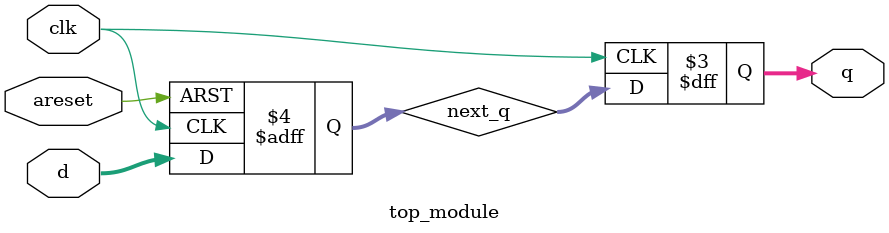
<source format=sv>
module top_module(
    input clk,
    input [7:0] d,
    input areset,
    output reg [7:0] q
);
    
    reg [7:0] next_q;
    
    always @(posedge clk or posedge areset) begin
        if (areset)
            next_q <= 8'b0;
        else
            next_q <= d;
    end
    
    always @(posedge clk) begin
        q <= next_q;
    end
endmodule

</source>
